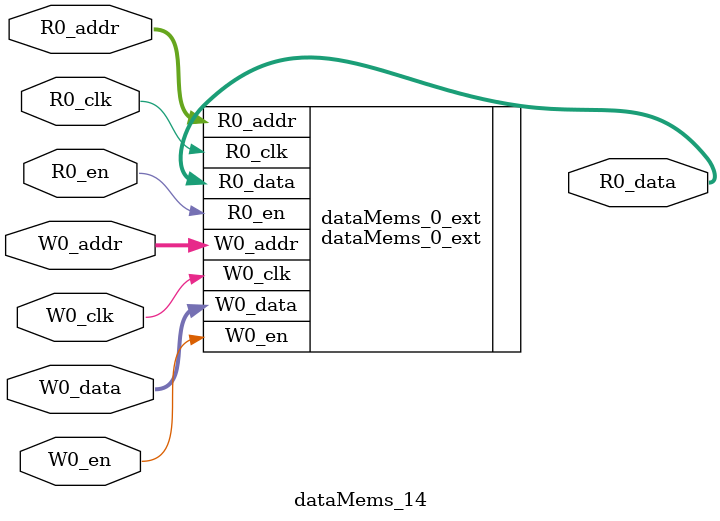
<source format=sv>
`ifndef RANDOMIZE
  `ifdef RANDOMIZE_REG_INIT
    `define RANDOMIZE
  `endif // RANDOMIZE_REG_INIT
`endif // not def RANDOMIZE
`ifndef RANDOMIZE
  `ifdef RANDOMIZE_MEM_INIT
    `define RANDOMIZE
  `endif // RANDOMIZE_MEM_INIT
`endif // not def RANDOMIZE

`ifndef RANDOM
  `define RANDOM $random
`endif // not def RANDOM

// Users can define 'PRINTF_COND' to add an extra gate to prints.
`ifndef PRINTF_COND_
  `ifdef PRINTF_COND
    `define PRINTF_COND_ (`PRINTF_COND)
  `else  // PRINTF_COND
    `define PRINTF_COND_ 1
  `endif // PRINTF_COND
`endif // not def PRINTF_COND_

// Users can define 'ASSERT_VERBOSE_COND' to add an extra gate to assert error printing.
`ifndef ASSERT_VERBOSE_COND_
  `ifdef ASSERT_VERBOSE_COND
    `define ASSERT_VERBOSE_COND_ (`ASSERT_VERBOSE_COND)
  `else  // ASSERT_VERBOSE_COND
    `define ASSERT_VERBOSE_COND_ 1
  `endif // ASSERT_VERBOSE_COND
`endif // not def ASSERT_VERBOSE_COND_

// Users can define 'STOP_COND' to add an extra gate to stop conditions.
`ifndef STOP_COND_
  `ifdef STOP_COND
    `define STOP_COND_ (`STOP_COND)
  `else  // STOP_COND
    `define STOP_COND_ 1
  `endif // STOP_COND
`endif // not def STOP_COND_

// Users can define INIT_RANDOM as general code that gets injected into the
// initializer block for modules with registers.
`ifndef INIT_RANDOM
  `define INIT_RANDOM
`endif // not def INIT_RANDOM

// If using random initialization, you can also define RANDOMIZE_DELAY to
// customize the delay used, otherwise 0.002 is used.
`ifndef RANDOMIZE_DELAY
  `define RANDOMIZE_DELAY 0.002
`endif // not def RANDOMIZE_DELAY

// Define INIT_RANDOM_PROLOG_ for use in our modules below.
`ifndef INIT_RANDOM_PROLOG_
  `ifdef RANDOMIZE
    `ifdef VERILATOR
      `define INIT_RANDOM_PROLOG_ `INIT_RANDOM
    `else  // VERILATOR
      `define INIT_RANDOM_PROLOG_ `INIT_RANDOM #`RANDOMIZE_DELAY begin end
    `endif // VERILATOR
  `else  // RANDOMIZE
    `define INIT_RANDOM_PROLOG_
  `endif // RANDOMIZE
`endif // not def INIT_RANDOM_PROLOG_

// Include register initializers in init blocks unless synthesis is set
`ifndef SYNTHESIS
  `ifndef ENABLE_INITIAL_REG_
    `define ENABLE_INITIAL_REG_
  `endif // not def ENABLE_INITIAL_REG_
`endif // not def SYNTHESIS

// Include rmemory initializers in init blocks unless synthesis is set
`ifndef SYNTHESIS
  `ifndef ENABLE_INITIAL_MEM_
    `define ENABLE_INITIAL_MEM_
  `endif // not def ENABLE_INITIAL_MEM_
`endif // not def SYNTHESIS

module dataMems_14(	// @[generators/ara/src/main/scala/UnsafeAXI4ToTL.scala:365:62]
  input  [4:0]  R0_addr,
  input         R0_en,
  input         R0_clk,
  output [66:0] R0_data,
  input  [4:0]  W0_addr,
  input         W0_en,
  input         W0_clk,
  input  [66:0] W0_data
);

  dataMems_0_ext dataMems_0_ext (	// @[generators/ara/src/main/scala/UnsafeAXI4ToTL.scala:365:62]
    .R0_addr (R0_addr),
    .R0_en   (R0_en),
    .R0_clk  (R0_clk),
    .R0_data (R0_data),
    .W0_addr (W0_addr),
    .W0_en   (W0_en),
    .W0_clk  (W0_clk),
    .W0_data (W0_data)
  );
endmodule


</source>
